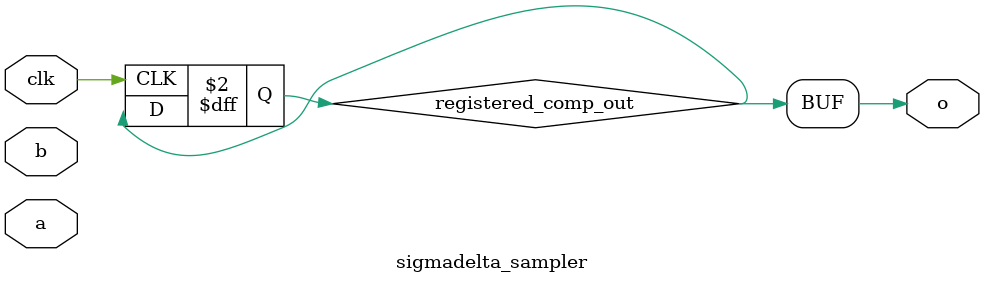
<source format=v>
`timescale 1ns/1ps

module sigmadelta_sampler(
    input wire clk,
    input wire a,
    input wire b,
    output wire o
);

    wire comp_out;
    lvds_comparator comp (
        .a(a), .b(b), .o(comp_out)
    );

    reg registered_comp_out;
    always @(posedge clk) registered_comp_out <= o;
    assign o = registered_comp_out;

endmodule
</source>
